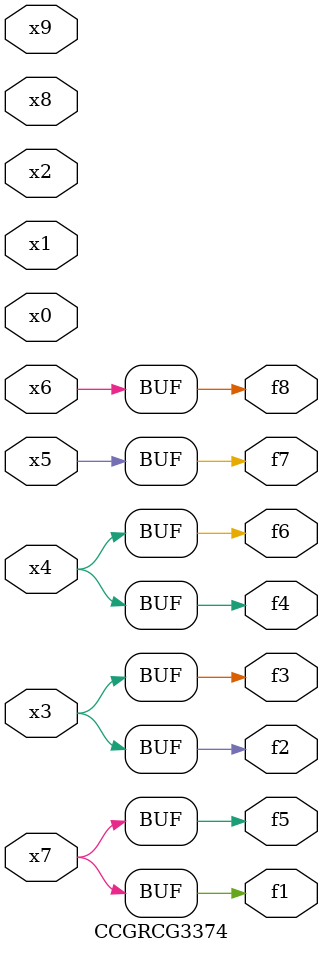
<source format=v>
module CCGRCG3374(
	input x0, x1, x2, x3, x4, x5, x6, x7, x8, x9,
	output f1, f2, f3, f4, f5, f6, f7, f8
);
	assign f1 = x7;
	assign f2 = x3;
	assign f3 = x3;
	assign f4 = x4;
	assign f5 = x7;
	assign f6 = x4;
	assign f7 = x5;
	assign f8 = x6;
endmodule

</source>
